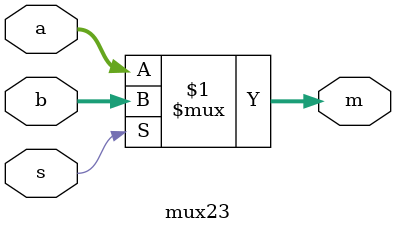
<source format=sv>
module mux23 (input logic [2:0] a, b,
              input logic s,
              output logic [2:0] m);
              
    assign m = s ? b : a;
    
endmodule
</source>
